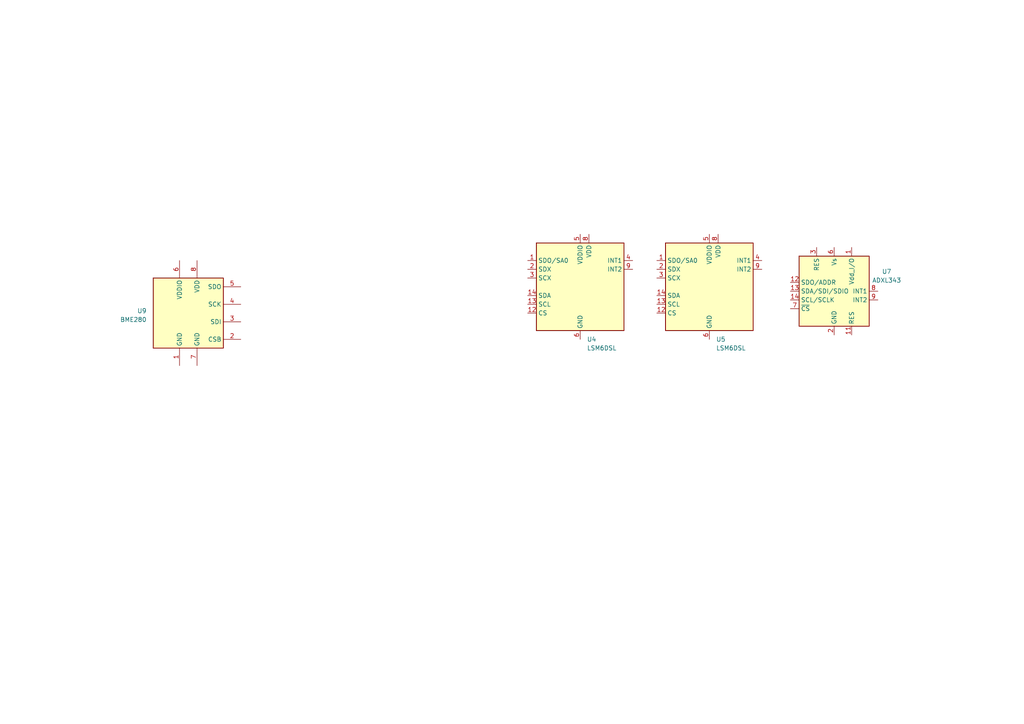
<source format=kicad_sch>
(kicad_sch (version 20230121) (generator eeschema)
  (paper "A4")
  (lib_symbols
    (symbol "Sensor:BME280"
      (property "Reference" "U" (at -8.89 11.43 0))
      (property "Value" "BME280" (at 7.62 11.43 0))
      (symbol "BME280_0_1"
        (rectangle (start -10.16 10.16) (end 10.16 -10.16) (stroke (width 0.254)) (fill (type background)))
      )
      (symbol "BME280_1_1"
        (pin power_in line (at -2.54 -15.24 90) (length 5.08) (name "GND") (number "1"))
        (pin input line (at 15.24 -7.62 180) (length 5.08) (name "CSB") (number "2"))
        (pin bidirectional line (at 15.24 -2.54 180) (length 5.08) (name "SDI") (number "3"))
        (pin input line (at 15.24 2.54 180) (length 5.08) (name "SCK") (number "4"))
        (pin bidirectional line (at 15.24 7.62 180) (length 5.08) (name "SDO") (number "5"))
        (pin power_in line (at -2.54 15.24 270) (length 5.08) (name "VDDIO") (number "6"))
        (pin power_in line (at 2.54 -15.24 90) (length 5.08) (name "GND") (number "7"))
        (pin power_in line (at 2.54 15.24 270) (length 5.08) (name "VDD") (number "8"))
      )
    )
    (symbol "Sensor_Motion:ADXL343"
      (property "Reference" "U" (at -8.89 11.43 0))
      (property "Value" "ADXL343" (at -7.62 -11.43 0))
      (symbol "ADXL343_0_1"
        (rectangle (start -10.16 10.16) (end 10.16 -10.16) (stroke (width 0.254)) (fill (type background)))
      )
      (symbol "ADXL343_1_1"
        (pin power_in line (at 5.08 12.7 270) (length 2.54) (name "Vdd_I/O") (number "1"))
        (pin no_connect line (at -5.08 -10.16 90) (length 2.54) hide (name "NC") (number "10"))
        (pin passive line (at 5.08 -12.7 90) (length 2.54) (name "RES") (number "11"))
        (pin bidirectional line (at -12.7 2.54 0) (length 2.54) (name "SDO/ADDR") (number "12"))
        (pin bidirectional line (at -12.7 0 0) (length 2.54) (name "SDA/SDI/SDIO") (number "13"))
        (pin input line (at -12.7 -2.54 0) (length 2.54) (name "SCL/SCLK") (number "14"))
        (pin power_in line (at 0 -12.7 90) (length 2.54) (name "GND") (number "2"))
        (pin passive line (at -5.08 12.7 270) (length 2.54) (name "RES") (number "3"))
        (pin passive line (at 0 -12.7 90) (length 2.54) hide (name "GND") (number "4"))
        (pin passive line (at 0 -12.7 90) (length 2.54) hide (name "GND") (number "5"))
        (pin power_in line (at 0 12.7 270) (length 2.54) (name "Vs") (number "6"))
        (pin input line (at -12.7 -5.08 0) (length 2.54) (name "~{CS}") (number "7"))
        (pin output line (at 12.7 0 180) (length 2.54) (name "INT1") (number "8"))
        (pin output line (at 12.7 -2.54 180) (length 2.54) (name "INT2") (number "9"))
      )
    )
    (symbol "Sensor_Motion:LSM6DSL"
      (property "Reference" "U" (at -11.43 15.24 0))
      (property "Value" "LSM6DSL" (at -11.43 12.7 0))
      (symbol "LSM6DSL_0_1"
        (rectangle (start -12.7 12.7) (end 12.7 -12.7) (stroke (width 0.254)) (fill (type background)))
      )
      (symbol "LSM6DSL_1_1"
        (pin bidirectional line (at -15.24 7.62 0) (length 2.54) (name "SDO/SA0") (number "1"))
        (pin no_connect line (at 12.7 -5.08 180) (length 3.81) hide (name "NC") (number "10"))
        (pin no_connect line (at 12.7 -2.54 180) (length 3.81) hide (name "NC") (number "11"))
        (pin input line (at -15.24 -7.62 0) (length 2.54) (name "CS") (number "12"))
        (pin input line (at -15.24 -5.08 0) (length 2.54) (name "SCL") (number "13"))
        (pin bidirectional line (at -15.24 -2.54 0) (length 2.54) (name "SDA") (number "14"))
        (pin bidirectional line (at -15.24 5.08 0) (length 2.54) (name "SDX") (number "2"))
        (pin input line (at -15.24 2.54 0) (length 2.54) (name "SCX") (number "3"))
        (pin output line (at 15.24 7.62 180) (length 2.54) (name "INT1") (number "4"))
        (pin power_in line (at 0 15.24 270) (length 2.54) (name "VDDIO") (number "5"))
        (pin power_in line (at 0 -15.24 90) (length 2.54) (name "GND") (number "6"))
        (pin passive line (at 0 -15.24 90) (length 2.54) hide (name "GND") (number "7"))
        (pin power_in line (at 2.54 15.24 270) (length 2.54) (name "VDD") (number "8"))
        (pin output line (at 15.24 5.08 180) (length 2.54) (name "INT2") (number "9"))
      )
    )
  )
  (symbol (lib_id "Sensor:BME280") (at 54.61 90.805 0) (unit 1)
    (property "Reference" "U9" (at 42.545 90.17 0) (effects (justify right)))
    (property "Value" "BME280" (at 42.545 92.71 0) (effects (justify right)))
    (property "Footprint" "Package_LGA:Bosch_LGA-8_2.5x2.5mm_P0.65mm_ClockwisePinNumbering" (effects hide))
    (property "Datasheet" "https://www.bosch-sensortec.com/media/boschsensortec/downloads/datasheets/bst-bme280-ds002.pdf" (effects hide))
  )
  (symbol (lib_id "Sensor_Motion:LSM6DSL") (at 205.74 83.185 0) (unit 1)
    (property "Reference" "U5" (at 207.6959 98.425 0) (effects (justify left)))
    (property "Value" "LSM6DSL" (at 207.6959 100.965 0) (effects (justify left)))
    (property "Footprint" "Package_LGA:LGA-14_3x2.5mm_P0.5mm_LayoutBorder3x4y" (effects hide))
    (property "Datasheet" "https://www.st.com/resource/en/datasheet/lsm6dsl.pdf" (effects hide))
    (instances (project "Sensors" (path "" (reference "U5") (unit 1))) (project "RevampDrone" (path "" (reference "U5") (unit 1))) (project "DroneRevamp" (path "" (reference "U5") (unit 1)) (path "" (reference "U7") (unit 1))))
  )
  (symbol (lib_id "Sensor_Motion:ADXL343") (at 241.935 84.455 0) (unit 1)
    (property "Reference" "U7" (at 257.175 78.7653 0))
    (property "Value" "ADXL343" (at 257.175 81.3053 0))
    (property "Footprint" "Package_LGA:LGA-14_3x5mm_P0.8mm_LayoutBorder1x6y" (effects hide))
    (property "Datasheet" "https://www.analog.com/media/en/technical-documentation/data-sheets/ADXL343.pdf" (effects hide))
    (instances (project "Sensors" (path "" (reference "U7") (unit 1))) (project "RevampDrone" (path "" (reference "U7") (unit 1))) (project "DroneRevamp" (path "" (reference "U7") (unit 1)) (path "" (reference "U10") (unit 1))))
  )
  (symbol (lib_id "Sensor_Motion:LSM6DSL") (at 168.275 83.185 0) (unit 1)
    (property "Reference" "U4" (at 170.2309 98.425 0) (effects (justify left)))
    (property "Value" "LSM6DSL" (at 170.2309 100.965 0) (effects (justify left)))
    (property "Footprint" "Package_LGA:LGA-14_3x2.5mm_P0.5mm_LayoutBorder3x4y" (effects hide))
    (property "Datasheet" "https://www.st.com/resource/en/datasheet/lsm6dsl.pdf" (effects hide))
    (instances (project "Sensors" (path "" (reference "U4") (unit 1))) (project "RevampDrone" (path "" (reference "U4") (unit 1))) (project "DroneRevamp" (path "" (reference "U4") (unit 1)) (path "" (reference "U5") (unit 1))))
  )
)
</source>
